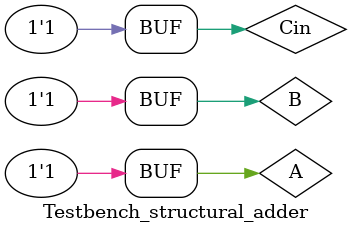
<source format=v>
module Testbench_structural_adder();
 reg A,B,Cin;
 wire S,Cout;  
 //Verilog code for the structural full adder 
 Full_Adder_Structural_Verilog structural_adder(
    .X1(A),
    .X2(B),
    .Cin(Cin),
    .S(S),
    .Cout(Cout) 
   );
 initial begin
   A = 0;
   B = 0;
   Cin = 0;
   #10;
   A = 0;
   B = 0;
   Cin = 1;
   #10;  
   A = 0;
   B = 1;
   Cin = 0;
   #10;
   A = 0;
   B = 1;
   Cin = 1;
   #10;
   A = 1;
   B = 0;
   Cin = 0;
   #10;
   A = 1;
   B = 0;
   Cin = 1;
   #10;
   A = 1;
   B = 1;
   Cin = 0;
   #10;  
   A = 1;
   B = 1;
   Cin = 1;
   #10;  
  end
  
  initial
begin
$monitor("time = %2d, a =%1b, b=%1b, carry_in=%1b, sum=%1b, carry_out=%1b", $time, A, B, Cin, S, Cout);
end
      
endmodule 
</source>
